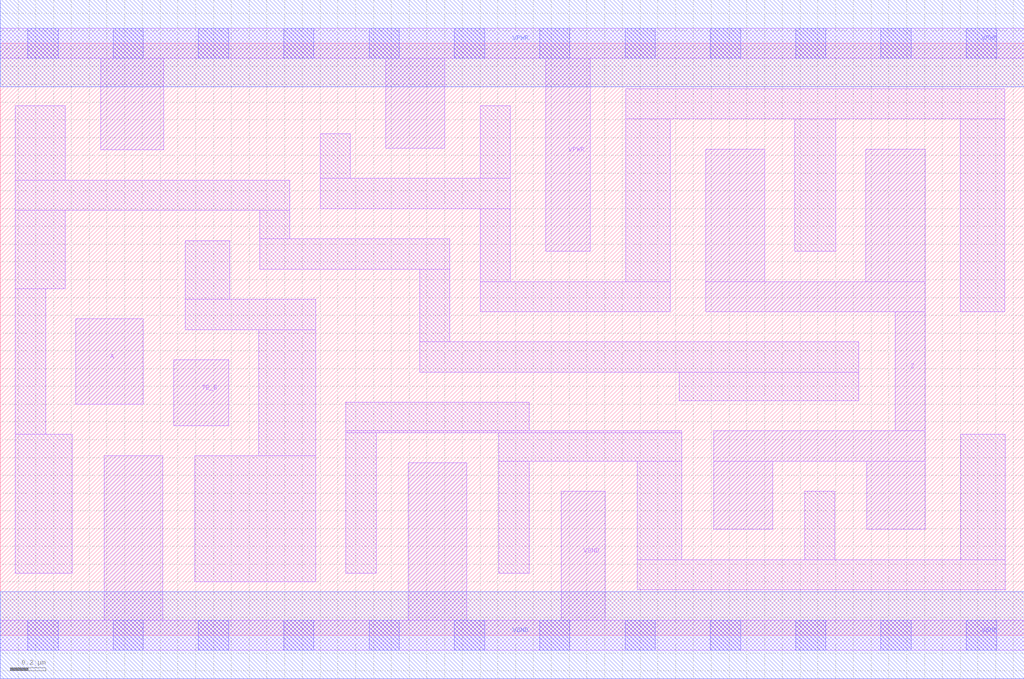
<source format=lef>
# Copyright 2020 The SkyWater PDK Authors
#
# Licensed under the Apache License, Version 2.0 (the "License");
# you may not use this file except in compliance with the License.
# You may obtain a copy of the License at
#
#     https://www.apache.org/licenses/LICENSE-2.0
#
# Unless required by applicable law or agreed to in writing, software
# distributed under the License is distributed on an "AS IS" BASIS,
# WITHOUT WARRANTIES OR CONDITIONS OF ANY KIND, either express or implied.
# See the License for the specific language governing permissions and
# limitations under the License.
#
# SPDX-License-Identifier: Apache-2.0

VERSION 5.7 ;
  NAMESCASESENSITIVE ON ;
  NOWIREEXTENSIONATPIN ON ;
  DIVIDERCHAR "/" ;
  BUSBITCHARS "[]" ;
UNITS
  DATABASE MICRONS 200 ;
END UNITS
MACRO sky130_fd_sc_ms__ebufn_4
  CLASS CORE ;
  SOURCE USER ;
  FOREIGN sky130_fd_sc_ms__ebufn_4 ;
  ORIGIN  0.000000  0.000000 ;
  SIZE  5.760000 BY  3.330000 ;
  SYMMETRY X Y ;
  SITE unit ;
  PIN A
    ANTENNAGATEAREA  0.312600 ;
    DIRECTION INPUT ;
    USE SIGNAL ;
    PORT
      LAYER li1 ;
        RECT 0.425000 1.300000 0.805000 1.780000 ;
    END
  END A
  PIN TE_B
    ANTENNAGATEAREA  1.119000 ;
    DIRECTION INPUT ;
    USE SIGNAL ;
    PORT
      LAYER li1 ;
        RECT 0.975000 1.180000 1.285000 1.550000 ;
    END
  END TE_B
  PIN Z
    ANTENNADIFFAREA  1.034000 ;
    DIRECTION OUTPUT ;
    USE SIGNAL ;
    PORT
      LAYER li1 ;
        RECT 3.970000 1.820000 5.205000 1.990000 ;
        RECT 3.970000 1.990000 4.300000 2.735000 ;
        RECT 4.015000 0.595000 4.345000 0.980000 ;
        RECT 4.015000 0.980000 5.205000 1.150000 ;
        RECT 4.870000 1.990000 5.205000 2.735000 ;
        RECT 4.875000 0.595000 5.205000 0.980000 ;
        RECT 5.035000 1.150000 5.205000 1.820000 ;
    END
  END Z
  PIN VGND
    DIRECTION INOUT ;
    USE GROUND ;
    PORT
      LAYER li1 ;
        RECT 0.000000 -0.085000 5.760000 0.085000 ;
        RECT 0.585000  0.085000 0.915000 1.010000 ;
        RECT 2.295000  0.085000 2.625000 0.970000 ;
        RECT 3.155000  0.085000 3.405000 0.810000 ;
      LAYER mcon ;
        RECT 0.155000 -0.085000 0.325000 0.085000 ;
        RECT 0.635000 -0.085000 0.805000 0.085000 ;
        RECT 1.115000 -0.085000 1.285000 0.085000 ;
        RECT 1.595000 -0.085000 1.765000 0.085000 ;
        RECT 2.075000 -0.085000 2.245000 0.085000 ;
        RECT 2.555000 -0.085000 2.725000 0.085000 ;
        RECT 3.035000 -0.085000 3.205000 0.085000 ;
        RECT 3.515000 -0.085000 3.685000 0.085000 ;
        RECT 3.995000 -0.085000 4.165000 0.085000 ;
        RECT 4.475000 -0.085000 4.645000 0.085000 ;
        RECT 4.955000 -0.085000 5.125000 0.085000 ;
        RECT 5.435000 -0.085000 5.605000 0.085000 ;
      LAYER met1 ;
        RECT 0.000000 -0.245000 5.760000 0.245000 ;
    END
  END VGND
  PIN VPWR
    DIRECTION INOUT ;
    USE POWER ;
    PORT
      LAYER li1 ;
        RECT 0.000000 3.245000 5.760000 3.415000 ;
        RECT 0.565000 2.730000 0.920000 3.245000 ;
        RECT 2.170000 2.740000 2.500000 3.245000 ;
        RECT 3.070000 2.160000 3.320000 3.245000 ;
      LAYER mcon ;
        RECT 0.155000 3.245000 0.325000 3.415000 ;
        RECT 0.635000 3.245000 0.805000 3.415000 ;
        RECT 1.115000 3.245000 1.285000 3.415000 ;
        RECT 1.595000 3.245000 1.765000 3.415000 ;
        RECT 2.075000 3.245000 2.245000 3.415000 ;
        RECT 2.555000 3.245000 2.725000 3.415000 ;
        RECT 3.035000 3.245000 3.205000 3.415000 ;
        RECT 3.515000 3.245000 3.685000 3.415000 ;
        RECT 3.995000 3.245000 4.165000 3.415000 ;
        RECT 4.475000 3.245000 4.645000 3.415000 ;
        RECT 4.955000 3.245000 5.125000 3.415000 ;
        RECT 5.435000 3.245000 5.605000 3.415000 ;
      LAYER met1 ;
        RECT 0.000000 3.085000 5.760000 3.575000 ;
    END
  END VPWR
  OBS
    LAYER li1 ;
      RECT 0.085000 0.350000 0.405000 1.130000 ;
      RECT 0.085000 1.130000 0.255000 1.950000 ;
      RECT 0.085000 1.950000 0.365000 2.390000 ;
      RECT 0.085000 2.390000 1.630000 2.560000 ;
      RECT 0.085000 2.560000 0.365000 2.980000 ;
      RECT 1.040000 1.720000 1.775000 1.890000 ;
      RECT 1.040000 1.890000 1.290000 2.220000 ;
      RECT 1.095000 0.300000 1.775000 1.010000 ;
      RECT 1.455000 1.010000 1.775000 1.720000 ;
      RECT 1.460000 2.060000 2.530000 2.230000 ;
      RECT 1.460000 2.230000 1.630000 2.390000 ;
      RECT 1.800000 2.400000 2.870000 2.570000 ;
      RECT 1.800000 2.570000 1.970000 2.820000 ;
      RECT 1.945000 0.350000 2.115000 1.140000 ;
      RECT 1.945000 1.140000 3.835000 1.150000 ;
      RECT 1.945000 1.150000 2.975000 1.310000 ;
      RECT 2.360000 1.480000 4.830000 1.650000 ;
      RECT 2.360000 1.650000 2.530000 2.060000 ;
      RECT 2.700000 1.820000 3.770000 1.990000 ;
      RECT 2.700000 1.990000 2.870000 2.400000 ;
      RECT 2.700000 2.570000 2.870000 2.980000 ;
      RECT 2.805000 0.350000 2.975000 0.980000 ;
      RECT 2.805000 0.980000 3.835000 1.140000 ;
      RECT 3.520000 1.990000 3.770000 2.905000 ;
      RECT 3.520000 2.905000 5.650000 3.075000 ;
      RECT 3.585000 0.255000 5.655000 0.425000 ;
      RECT 3.585000 0.425000 3.835000 0.980000 ;
      RECT 3.820000 1.320000 4.830000 1.480000 ;
      RECT 4.470000 2.160000 4.700000 2.905000 ;
      RECT 4.525000 0.425000 4.695000 0.810000 ;
      RECT 5.400000 1.820000 5.650000 2.905000 ;
      RECT 5.405000 0.425000 5.655000 1.130000 ;
  END
END sky130_fd_sc_ms__ebufn_4

</source>
